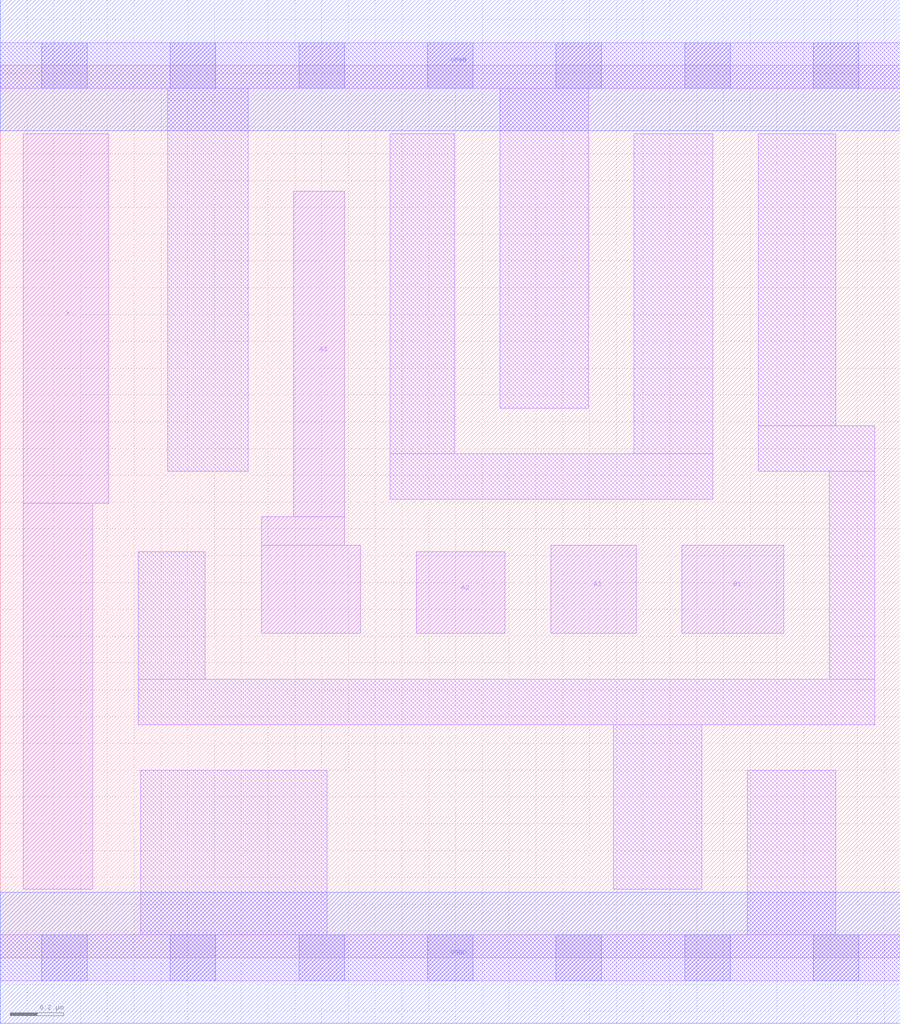
<source format=lef>
# Copyright 2020 The SkyWater PDK Authors
#
# Licensed under the Apache License, Version 2.0 (the "License");
# you may not use this file except in compliance with the License.
# You may obtain a copy of the License at
#
#     https://www.apache.org/licenses/LICENSE-2.0
#
# Unless required by applicable law or agreed to in writing, software
# distributed under the License is distributed on an "AS IS" BASIS,
# WITHOUT WARRANTIES OR CONDITIONS OF ANY KIND, either express or implied.
# See the License for the specific language governing permissions and
# limitations under the License.
#
# SPDX-License-Identifier: Apache-2.0

VERSION 5.7 ;
  NOWIREEXTENSIONATPIN ON ;
  DIVIDERCHAR "/" ;
  BUSBITCHARS "[]" ;
UNITS
  DATABASE MICRONS 200 ;
END UNITS
MACRO sky130_fd_sc_lp__a31o_1
  CLASS CORE ;
  FOREIGN sky130_fd_sc_lp__a31o_1 ;
  ORIGIN  0.000000  0.000000 ;
  SIZE  3.360000 BY  3.330000 ;
  SYMMETRY X Y R90 ;
  SITE unit ;
  PIN A1
    ANTENNAGATEAREA  0.315000 ;
    DIRECTION INPUT ;
    USE SIGNAL ;
    PORT
      LAYER li1 ;
        RECT 2.055000 1.210000 2.375000 1.540000 ;
    END
  END A1
  PIN A2
    ANTENNAGATEAREA  0.315000 ;
    DIRECTION INPUT ;
    USE SIGNAL ;
    PORT
      LAYER li1 ;
        RECT 1.555000 1.210000 1.885000 1.515000 ;
    END
  END A2
  PIN A3
    ANTENNAGATEAREA  0.315000 ;
    DIRECTION INPUT ;
    USE SIGNAL ;
    PORT
      LAYER li1 ;
        RECT 0.975000 1.210000 1.345000 1.540000 ;
        RECT 0.975000 1.540000 1.285000 1.645000 ;
        RECT 1.095000 1.645000 1.285000 2.860000 ;
    END
  END A3
  PIN B1
    ANTENNAGATEAREA  0.315000 ;
    DIRECTION INPUT ;
    USE SIGNAL ;
    PORT
      LAYER li1 ;
        RECT 2.545000 1.210000 2.925000 1.540000 ;
    END
  END B1
  PIN X
    ANTENNADIFFAREA  0.556500 ;
    DIRECTION OUTPUT ;
    USE SIGNAL ;
    PORT
      LAYER li1 ;
        RECT 0.085000 0.255000 0.345000 1.695000 ;
        RECT 0.085000 1.695000 0.405000 3.075000 ;
    END
  END X
  PIN VGND
    DIRECTION INOUT ;
    USE GROUND ;
    PORT
      LAYER met1 ;
        RECT 0.000000 -0.245000 3.360000 0.245000 ;
    END
  END VGND
  PIN VPWR
    DIRECTION INOUT ;
    USE POWER ;
    PORT
      LAYER met1 ;
        RECT 0.000000 3.085000 3.360000 3.575000 ;
    END
  END VPWR
  OBS
    LAYER li1 ;
      RECT 0.000000 -0.085000 3.360000 0.085000 ;
      RECT 0.000000  3.245000 3.360000 3.415000 ;
      RECT 0.515000  0.870000 3.265000 1.040000 ;
      RECT 0.515000  1.040000 0.765000 1.515000 ;
      RECT 0.525000  0.085000 1.220000 0.700000 ;
      RECT 0.625000  1.815000 0.925000 3.245000 ;
      RECT 1.455000  1.710000 2.660000 1.880000 ;
      RECT 1.455000  1.880000 1.695000 3.075000 ;
      RECT 1.865000  2.050000 2.195000 3.245000 ;
      RECT 2.290000  0.255000 2.620000 0.870000 ;
      RECT 2.365000  1.880000 2.660000 3.075000 ;
      RECT 2.790000  0.085000 3.120000 0.700000 ;
      RECT 2.830000  1.815000 3.265000 1.985000 ;
      RECT 2.830000  1.985000 3.120000 3.075000 ;
      RECT 3.095000  1.040000 3.265000 1.815000 ;
    LAYER mcon ;
      RECT 0.155000 -0.085000 0.325000 0.085000 ;
      RECT 0.155000  3.245000 0.325000 3.415000 ;
      RECT 0.635000 -0.085000 0.805000 0.085000 ;
      RECT 0.635000  3.245000 0.805000 3.415000 ;
      RECT 1.115000 -0.085000 1.285000 0.085000 ;
      RECT 1.115000  3.245000 1.285000 3.415000 ;
      RECT 1.595000 -0.085000 1.765000 0.085000 ;
      RECT 1.595000  3.245000 1.765000 3.415000 ;
      RECT 2.075000 -0.085000 2.245000 0.085000 ;
      RECT 2.075000  3.245000 2.245000 3.415000 ;
      RECT 2.555000 -0.085000 2.725000 0.085000 ;
      RECT 2.555000  3.245000 2.725000 3.415000 ;
      RECT 3.035000 -0.085000 3.205000 0.085000 ;
      RECT 3.035000  3.245000 3.205000 3.415000 ;
  END
END sky130_fd_sc_lp__a31o_1
END LIBRARY

</source>
